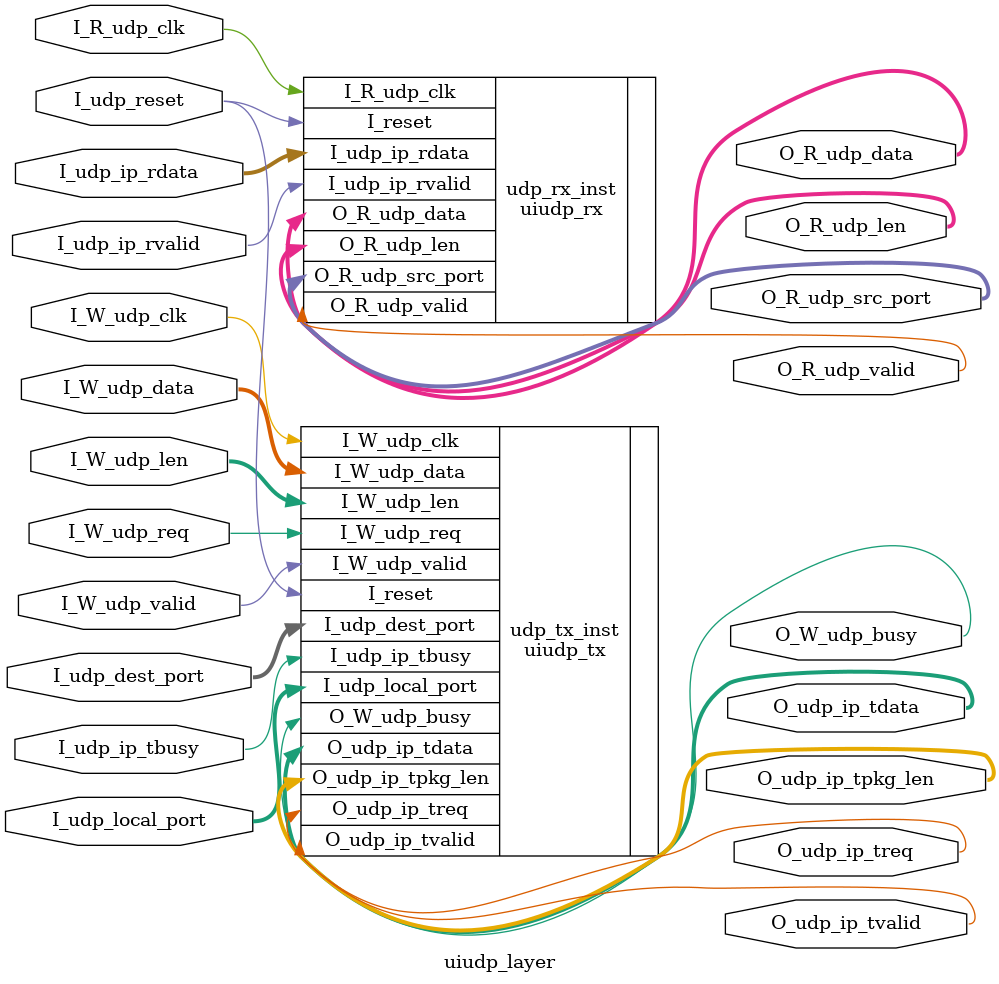
<source format=v>

/*******************************MILIANKE*******************************
*Company : MiLianKe Electronic Technology Co., Ltd.
*WebSite:https://www.milianke.com
*TechWeb:https://www.uisrc.com
*tmall-shop:https://milianke.tmall.com
*jd-shop:https://milianke.jd.com
*taobao-shop1: https://milianke.taobao.com
*Create Date: 2022/12/23
*Module Name:
*File Name:
*Description: 
*The reference demo provided by Milianke is only used for learning. 
*We cannot ensure that the demo itself is free of bugs, so users 
*should be responsible for the technical problems and consequences
*caused by the use of their own products.
*Copyright: Copyright (c) MiLianKe
*All rights reserved.
*Revision: 1.1
*Signal description
*1) I_ input
*2) O_ output
*3) IO_ input output
*4) S_ system internal signal
*5) _n activ low
*6) _dg debug signal 
*7) _r delay or register
*8) _s state mechine
*********************************************************************/

/*******************************uiudp_layer Ä£¿é*********************
--ÒÔÏÂÊÇÃ×Áª¿ÍÉè¼ÆµÄuiudp_layer ¿ØÖÆÆ÷Ä£¿é
--1.udp_layerÖ÷ÒªÍê³É¶ÔÉÏ¾ÖÓ¦ÓÃÊý¾ÝµÄudpÐ­Òé¿ØÖÆ,ÆäÖÐ°üº¬ÁËÁ½¸ö×ÓÄ£¿éudp_tx ºÍudp_rx£¬·Ö±ðÍê³É¶ÔÓ¦ÓÃÊý¾ÝµÄ·¢ËÍºÍ½ÓÊÕ¡£
*********************************************************************/

`timescale 1ns / 1ps

module uiudp_layer 
(
input   wire [15:0]     I_udp_local_port,  
input   wire [15:0]   	I_udp_dest_port,   //udpÓÃ»§²ã½Ó¿Ú£¬Ð´Í¨µÀÄ¿µÄ¶Ë¿Ú
input   wire       		I_udp_reset,            
//UDPÓÃ»§½Ó¿ÚÊý¾Ý·¢ËÍÐÅºÅ
input   wire        	I_W_udp_clk,        //Ð´Ê±ÖÓ
input   wire       		I_W_udp_req,        //udpÓÃ»§²ã½Ó¿Ú£¬ÓÃ»§·¢ËÍÊý¾ÝÇ°ÏÈ·¢ËÍÐ´ÇëÇó
input   wire       		I_W_udp_valid,      //udpÓÃ»§²ã½Ó¿Ú£¬µ±udp_sendÄ£¿éÊä³öO_W_udp_busy£¬UDPÓÃ»§Ð´Í¨µÀÉèÖÃW_udp_validÓÐÐ§·¢ËÍÊý¾Ý
input   wire [7 :0]		I_W_udp_data,       //udpÓÃ»§²ã½Ó¿Ú£¬Ð´Í¨µÀÊý¾Ý
input   wire [15:0]   	I_W_udp_len,        //udpÓÃ»§²ã½Ó¿Ú£¬Ð´Í¨µÀÊý¾Ý³¤¶È
output  wire	   		O_W_udp_busy,       //µ±W_udp_reqÓÐÐ§ºó£¬udp·¢ËÍÄ£¿éÍ¨¹ý£¬Êä³öO_W_udp_busyÍ¨ÖªÓÃ»§²ã¿ÉÒÔ·¢ËÍÊý¾Ý
//UDPÓÃ»§½Ó¿ÚÊý¾Ý½ÓÊÕÐÅºÅ
input   wire           	I_R_udp_clk,        //ÓÃ»§½Ó¿Ú¶ÁÊ±ÖÓ
output  wire		   	O_R_udp_valid,      //udpÓÃ»§²ã½Ó¿Ú£¬¶ÁÍ¨µÀÓÐÐ§
output  wire [7 :0] 	O_R_udp_data,       //udpÓÃ»§²ã½Ó¿Ú£¬¶ÁÊý¾ÝÓÐÐ§
output  wire [15:0]	    O_R_udp_len,   //udpÓÃ»§²ã½Ó¿Ú£¬¶ÁÊý¾Ý³¤¶È
output  wire [15:0]	    O_R_udp_src_port,   //udpÓÃ»§²ã½Ó¿Ú£¬¶ÁÊý 
//ip_layer ½Ó¿ÚÐÅºÅ
input   wire        	I_udp_ip_tbusy,       //ip_layer×¼±¸ºÃÐÅºÅ
output  wire	   		O_udp_ip_treq,       //ÇëÇó·¢ËÍUDP°üµ½ip_layer
output  wire    		O_udp_ip_tvalid,     //·¢ËÍUDP°üÓÐÐ§ÐÅºÅµ½ip
output  wire [7 :0] 	O_udp_ip_tdata,      //·¢ËÍUDP°üÊý¾ÝÓÐÐ§
output  wire [15:0]	    O_udp_ip_tpkg_len,   //·¢ËÍUDP°ü³¤¶È

input   wire           	I_udp_ip_rvalid,     //½ÓÊÕµ½ip_layerµÄUDP°üÓÐÐ§ÐÅºÅ
input   wire [7 :0]     I_udp_ip_rdata       //½ÓÊÜµ½ip_layerµÄUDPÊý¾Ý°ü
);

//UDP·¢ËÍÄ£¿é
uiudp_tx udp_tx_inst 
(
.I_udp_local_port       (I_udp_local_port ),
.I_udp_dest_port		(I_udp_dest_port  ), //udpÓÃ»§²ã½Ó¿Ú£¬Ð´Í¨µÀÄ¿µÄ¶Ë¿Ú
//ÓÃ»§½Ó¿Ú
.I_reset				(I_udp_reset      ), 
.I_W_udp_clk			(I_W_udp_clk      ), //ÓÃ»§½Ó¿ÚÐ´Ê±ÖÓ
.I_W_udp_req		    (I_W_udp_req      ), //udpÓÃ»§²ã½Ó¿Ú£¬ÓÃ»§·¢ËÍÊý¾ÝÇ°ÏÈ·¢ËÍÐ´ÇëÇó
.I_W_udp_valid		    (I_W_udp_valid    ), //udpÓÃ»§²ã½Ó¿Ú£¬µ±udp_sendÄ£¿éÊä³öO_W_udp_busy£¬UDPÓÃ»§Ð´Í¨µÀÉèÖÃW_udp_validÓÐÐ§·¢ËÍÊý¾Ý
.I_W_udp_data			(I_W_udp_data     ), //udpÓÃ»§²ã½Ó¿Ú£¬Ð´Í¨µÀÊý¾Ý
.I_W_udp_len		    (I_W_udp_len      ), //udpÓÃ»§²ã½Ó¿Ú£¬Ð´Í¨µÀÊý¾Ý³¤¶È
.O_W_udp_busy			(O_W_udp_busy     ), //µ±W_udp_reqÓÐÐ§ºó£¬udp·¢ËÍÄ£¿éÍ¨¹ý£¬Êä³öO_W_udp_busyÍ¨ÖªÓÃ»§²ã¿ÉÒÔ·¢ËÍÊý¾Ý
//ip layer½Ó¿Ú
.I_udp_ip_tbusy			(I_udp_ip_tbusy   ), //udp·¢ËÍÄ£¿éÇëÇó¸øip_layer·¢ËÍÊý¾Ý£¬ip_layerÊäÈë×¼±¸ºÃÐÅºÅ
.O_udp_ip_treq		    (O_udp_ip_treq    ), //udp·¢ËÍÄ£¿éÇëÇó¸øip_layer·¢Êý¾Ý
.O_udp_ip_tvalid		(O_udp_ip_tvalid  ), //udp·¢ËÍÊý¾ÝÓÐÐ§ÐÅºÅ
.O_udp_ip_tdata			(O_udp_ip_tdata   ), //udp·¢ËÍÊý¾Ýµ½ip_layer
.O_udp_ip_tpkg_len		(O_udp_ip_tpkg_len)  //udp·¢ËÍ
);
//UDP½ÓÊÕÄ£¿é	 
uiudp_rx udp_rx_inst 
(
.I_reset				(I_udp_reset      ), 
//ÓÃ»§½Ó¿Ú
.I_R_udp_clk		    (I_R_udp_clk      ), //ÓÃ»§½Ó¿Ú¶ÁÊ±ÖÓ
.O_R_udp_valid		    (O_R_udp_valid    ), //udpÓÃ»§²ã½Ó¿Ú£¬¶ÁÍ¨µÀÓÐÐ§
.O_R_udp_data			(O_R_udp_data     ), //udpÓÃ»§²ã½Ó¿Ú£¬¶ÁÊý¾ÝÓÐÐ§
.O_R_udp_len		    (O_R_udp_len      ), //udpÓÃ»§²ã½Ó¿Ú£¬¶ÁÊý¾Ý³¤¶È
.O_R_udp_src_port       (O_R_udp_src_port ), //udpÓÃ»§²ã½Ó¿Ú£¬¶ÁÊý 
//ip_layer½Ó¿Ú
.I_udp_ip_rvalid		(I_udp_ip_rvalid  ), //ip layer ·¢ËÍ¹ýÀ´µÄÊý¾ÝÓÐÐ§ÐÅºÅ
.I_udp_ip_rdata			(I_udp_ip_rdata   )  //ip layer ·¢ËÍ¹ýÀ´µÄÊý¾Ý
);
	 
endmodule

</source>
